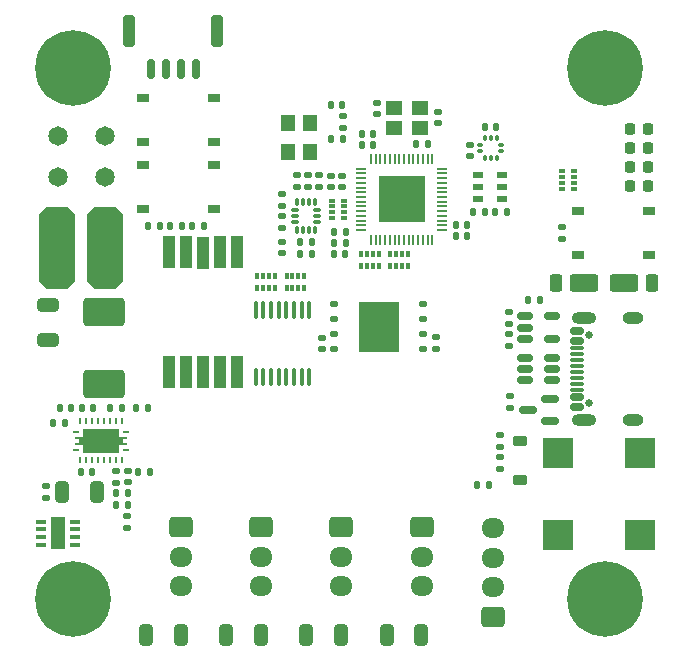
<source format=gbr>
%TF.GenerationSoftware,KiCad,Pcbnew,8.0.9-8.0.9-0~ubuntu24.04.1*%
%TF.CreationDate,2025-04-13T21:31:37+05:00*%
%TF.ProjectId,ThetaAnomalain,54686574-6141-46e6-9f6d-616c61696e2e,rev?*%
%TF.SameCoordinates,Original*%
%TF.FileFunction,Soldermask,Top*%
%TF.FilePolarity,Negative*%
%FSLAX46Y46*%
G04 Gerber Fmt 4.6, Leading zero omitted, Abs format (unit mm)*
G04 Created by KiCad (PCBNEW 8.0.9-8.0.9-0~ubuntu24.04.1) date 2025-04-13 21:31:37*
%MOMM*%
%LPD*%
G01*
G04 APERTURE LIST*
G04 Aperture macros list*
%AMRoundRect*
0 Rectangle with rounded corners*
0 $1 Rounding radius*
0 $2 $3 $4 $5 $6 $7 $8 $9 X,Y pos of 4 corners*
0 Add a 4 corners polygon primitive as box body*
4,1,4,$2,$3,$4,$5,$6,$7,$8,$9,$2,$3,0*
0 Add four circle primitives for the rounded corners*
1,1,$1+$1,$2,$3*
1,1,$1+$1,$4,$5*
1,1,$1+$1,$6,$7*
1,1,$1+$1,$8,$9*
0 Add four rect primitives between the rounded corners*
20,1,$1+$1,$2,$3,$4,$5,0*
20,1,$1+$1,$4,$5,$6,$7,0*
20,1,$1+$1,$6,$7,$8,$9,0*
20,1,$1+$1,$8,$9,$2,$3,0*%
%AMOutline5P*
0 Free polygon, 5 corners , with rotation*
0 The origin of the aperture is its center*
0 number of corners: always 5*
0 $1 to $10 corner X, Y*
0 $11 Rotation angle, in degrees counterclockwise*
0 create outline with 5 corners*
4,1,5,$1,$2,$3,$4,$5,$6,$7,$8,$9,$10,$1,$2,$11*%
%AMOutline6P*
0 Free polygon, 6 corners , with rotation*
0 The origin of the aperture is its center*
0 number of corners: always 6*
0 $1 to $12 corner X, Y*
0 $13 Rotation angle, in degrees counterclockwise*
0 create outline with 6 corners*
4,1,6,$1,$2,$3,$4,$5,$6,$7,$8,$9,$10,$11,$12,$1,$2,$13*%
%AMOutline7P*
0 Free polygon, 7 corners , with rotation*
0 The origin of the aperture is its center*
0 number of corners: always 7*
0 $1 to $14 corner X, Y*
0 $15 Rotation angle, in degrees counterclockwise*
0 create outline with 7 corners*
4,1,7,$1,$2,$3,$4,$5,$6,$7,$8,$9,$10,$11,$12,$13,$14,$1,$2,$15*%
%AMOutline8P*
0 Free polygon, 8 corners , with rotation*
0 The origin of the aperture is its center*
0 number of corners: always 8*
0 $1 to $16 corner X, Y*
0 $17 Rotation angle, in degrees counterclockwise*
0 create outline with 8 corners*
4,1,8,$1,$2,$3,$4,$5,$6,$7,$8,$9,$10,$11,$12,$13,$14,$15,$16,$1,$2,$17*%
G04 Aperture macros list end*
%ADD10RoundRect,0.218750X0.218750X0.256250X-0.218750X0.256250X-0.218750X-0.256250X0.218750X-0.256250X0*%
%ADD11RoundRect,0.135000X-0.185000X0.135000X-0.185000X-0.135000X0.185000X-0.135000X0.185000X0.135000X0*%
%ADD12O,0.599999X0.240000*%
%ADD13O,0.240000X0.599999*%
%ADD14R,0.725068X0.229918*%
%ADD15R,0.724920X0.229997*%
%ADD16R,0.399999X0.319994*%
%ADD17R,0.399998X0.319995*%
%ADD18R,3.050006X2.049998*%
%ADD19R,0.725070X0.230003*%
%ADD20R,0.724922X0.230003*%
%ADD21RoundRect,0.135000X0.185000X-0.135000X0.185000X0.135000X-0.185000X0.135000X-0.185000X-0.135000X0*%
%ADD22RoundRect,0.250000X-0.725000X0.600000X-0.725000X-0.600000X0.725000X-0.600000X0.725000X0.600000X0*%
%ADD23O,1.950000X1.700000*%
%ADD24RoundRect,0.250000X-0.325000X-0.650000X0.325000X-0.650000X0.325000X0.650000X-0.325000X0.650000X0*%
%ADD25R,1.000000X0.750000*%
%ADD26RoundRect,0.225000X-0.375000X0.225000X-0.375000X-0.225000X0.375000X-0.225000X0.375000X0.225000X0*%
%ADD27RoundRect,0.135000X-0.135000X-0.185000X0.135000X-0.185000X0.135000X0.185000X-0.135000X0.185000X0*%
%ADD28C,0.800000*%
%ADD29C,6.400000*%
%ADD30RoundRect,0.135000X0.135000X0.185000X-0.135000X0.185000X-0.135000X-0.185000X0.135000X-0.185000X0*%
%ADD31RoundRect,0.100000X-0.100000X0.637500X-0.100000X-0.637500X0.100000X-0.637500X0.100000X0.637500X0*%
%ADD32RoundRect,0.150000X0.587500X0.150000X-0.587500X0.150000X-0.587500X-0.150000X0.587500X-0.150000X0*%
%ADD33RoundRect,0.140000X0.140000X0.170000X-0.140000X0.170000X-0.140000X-0.170000X0.140000X-0.170000X0*%
%ADD34RoundRect,0.250000X-1.500000X0.925000X-1.500000X-0.925000X1.500000X-0.925000X1.500000X0.925000X0*%
%ADD35RoundRect,0.147500X0.172500X-0.147500X0.172500X0.147500X-0.172500X0.147500X-0.172500X-0.147500X0*%
%ADD36RoundRect,0.140000X0.170000X-0.140000X0.170000X0.140000X-0.170000X0.140000X-0.170000X-0.140000X0*%
%ADD37RoundRect,0.140000X-0.170000X0.140000X-0.170000X-0.140000X0.170000X-0.140000X0.170000X0.140000X0*%
%ADD38RoundRect,0.140000X-0.140000X-0.170000X0.140000X-0.170000X0.140000X0.170000X-0.140000X0.170000X0*%
%ADD39RoundRect,0.250000X0.725000X-0.600000X0.725000X0.600000X-0.725000X0.600000X-0.725000X-0.600000X0*%
%ADD40R,1.200000X1.400000*%
%ADD41R,1.000000X2.800000*%
%ADD42C,1.649242*%
%ADD43Outline8P,-3.500000X0.900000X-2.900000X1.500000X2.900000X1.500000X3.500000X0.900000X3.500000X-0.900000X2.900000X-1.500000X-2.900000X-1.500000X-3.500000X-0.900000X90.000000*%
%ADD44R,0.400000X0.500000*%
%ADD45R,0.300000X0.500000*%
%ADD46RoundRect,0.000000X-0.400000X-0.250000X0.400000X-0.250000X0.400000X0.250000X-0.400000X0.250000X0*%
%ADD47RoundRect,0.250000X0.650000X-0.325000X0.650000X0.325000X-0.650000X0.325000X-0.650000X-0.325000X0*%
%ADD48R,0.500000X0.400000*%
%ADD49R,0.500000X0.300000*%
%ADD50R,2.500000X2.500000*%
%ADD51RoundRect,0.087500X-0.087500X0.225000X-0.087500X-0.225000X0.087500X-0.225000X0.087500X0.225000X0*%
%ADD52RoundRect,0.087500X-0.225000X0.087500X-0.225000X-0.087500X0.225000X-0.087500X0.225000X0.087500X0*%
%ADD53RoundRect,0.150000X0.150000X0.700000X-0.150000X0.700000X-0.150000X-0.700000X0.150000X-0.700000X0*%
%ADD54RoundRect,0.250000X0.250000X1.100000X-0.250000X1.100000X-0.250000X-1.100000X0.250000X-1.100000X0*%
%ADD55RoundRect,0.150000X-0.512500X-0.150000X0.512500X-0.150000X0.512500X0.150000X-0.512500X0.150000X0*%
%ADD56R,1.400000X1.200000*%
%ADD57R,1.250000X2.700000*%
%ADD58RoundRect,0.075000X-0.362500X-0.075000X0.362500X-0.075000X0.362500X0.075000X-0.362500X0.075000X0*%
%ADD59RoundRect,0.150000X0.512500X0.150000X-0.512500X0.150000X-0.512500X-0.150000X0.512500X-0.150000X0*%
%ADD60RoundRect,0.050000X-0.350000X-0.050000X0.350000X-0.050000X0.350000X0.050000X-0.350000X0.050000X0*%
%ADD61RoundRect,0.050000X-0.050000X-0.350000X0.050000X-0.350000X0.050000X0.350000X-0.050000X0.350000X0*%
%ADD62R,4.000000X4.000000*%
%ADD63RoundRect,0.125000X0.200000X0.125000X-0.200000X0.125000X-0.200000X-0.125000X0.200000X-0.125000X0*%
%ADD64R,3.400000X4.300000*%
%ADD65RoundRect,0.250000X-0.950000X-0.500000X0.950000X-0.500000X0.950000X0.500000X-0.950000X0.500000X0*%
%ADD66RoundRect,0.250000X-0.275000X-0.500000X0.275000X-0.500000X0.275000X0.500000X-0.275000X0.500000X0*%
%ADD67RoundRect,0.250000X0.950000X0.500000X-0.950000X0.500000X-0.950000X-0.500000X0.950000X-0.500000X0*%
%ADD68RoundRect,0.250000X0.275000X0.500000X-0.275000X0.500000X-0.275000X-0.500000X0.275000X-0.500000X0*%
%ADD69RoundRect,0.045000X0.205000X-0.105000X0.205000X0.105000X-0.205000X0.105000X-0.205000X-0.105000X0*%
%ADD70RoundRect,0.045000X0.105000X-0.205000X0.105000X0.205000X-0.105000X0.205000X-0.105000X-0.205000X0*%
%ADD71C,0.650000*%
%ADD72RoundRect,0.150000X0.425000X-0.150000X0.425000X0.150000X-0.425000X0.150000X-0.425000X-0.150000X0*%
%ADD73RoundRect,0.075000X0.500000X-0.075000X0.500000X0.075000X-0.500000X0.075000X-0.500000X-0.075000X0*%
%ADD74O,2.100000X1.000000*%
%ADD75O,1.800000X1.000000*%
%ADD76RoundRect,0.250000X0.325000X0.650000X-0.325000X0.650000X-0.325000X-0.650000X0.325000X-0.650000X0*%
G04 APERTURE END LIST*
D10*
%TO.C,D8*%
X126687500Y-89000000D03*
X125112500Y-89000000D03*
%TD*%
D11*
%TO.C,R5*%
X81650000Y-113130080D03*
X81650000Y-114150080D03*
%TD*%
D12*
%TO.C,U2*%
X82500002Y-109850078D03*
D13*
X82099921Y-108949999D03*
X81599922Y-108949999D03*
X81099921Y-108949999D03*
X80599922Y-108949999D03*
X80099923Y-108949999D03*
X79599921Y-108949999D03*
X79099922Y-108949999D03*
X78599921Y-108949999D03*
D12*
X78200000Y-109850078D03*
X78200000Y-111350080D03*
D13*
X78599921Y-112249997D03*
X79099922Y-112249997D03*
X79599921Y-112249997D03*
X80099923Y-112249997D03*
X80599922Y-112249997D03*
X81099921Y-112249997D03*
X81599922Y-112249997D03*
X82099921Y-112249997D03*
D12*
X82500002Y-111350080D03*
D14*
X82237460Y-110325039D03*
D15*
X78462459Y-110325079D03*
D16*
X82074925Y-110600077D03*
D17*
X78624920Y-110600077D03*
D18*
X80349923Y-110600079D03*
D19*
X82237461Y-110875077D03*
D20*
X78462458Y-110875077D03*
%TD*%
D21*
%TO.C,R6*%
X114850000Y-102560000D03*
X114850000Y-101540000D03*
%TD*%
D22*
%TO.C,J4*%
X100700000Y-117900000D03*
D23*
X100700000Y-120400000D03*
X100700000Y-122900000D03*
%TD*%
D24*
%TO.C,C29*%
X90925000Y-127000000D03*
X93875000Y-127000000D03*
%TD*%
D25*
%TO.C,SW3*%
X89900000Y-85275000D03*
X83900000Y-85275000D03*
X89900000Y-81525000D03*
X83900000Y-81525000D03*
%TD*%
D26*
%TO.C,D3*%
X115800000Y-110650000D03*
X115800000Y-113950000D03*
%TD*%
D27*
%TO.C,R7*%
X83490000Y-113250080D03*
X84510000Y-113250080D03*
%TD*%
D28*
%TO.C,H1*%
X120600000Y-79000000D03*
X121302944Y-77302944D03*
X121302944Y-80697056D03*
X123000000Y-76600000D03*
D29*
X123000000Y-79000000D03*
D28*
X123000000Y-81400000D03*
X124697056Y-77302944D03*
X124697056Y-80697056D03*
X125400000Y-79000000D03*
%TD*%
D21*
%TO.C,R9*%
X114100000Y-113010000D03*
X114100000Y-111990000D03*
%TD*%
D30*
%TO.C,R13*%
X113200000Y-114350000D03*
X112180000Y-114350000D03*
%TD*%
D24*
%TO.C,C30*%
X97725000Y-127000000D03*
X100675000Y-127000000D03*
%TD*%
D25*
%TO.C,SW2*%
X89900000Y-90975000D03*
X83900000Y-90975000D03*
X89900000Y-87225000D03*
X83900000Y-87225000D03*
%TD*%
D31*
%TO.C,U9*%
X97975000Y-99475000D03*
X97325000Y-99475000D03*
X96675000Y-99475000D03*
X96025000Y-99475000D03*
X95375000Y-99475000D03*
X94725000Y-99475000D03*
X94075000Y-99475000D03*
X93425000Y-99475000D03*
X93425000Y-105200000D03*
X94075000Y-105200000D03*
X94725000Y-105200000D03*
X95375000Y-105200000D03*
X96025000Y-105200000D03*
X96675000Y-105200000D03*
X97325000Y-105200000D03*
X97975000Y-105200000D03*
%TD*%
D21*
%TO.C,R14*%
X115000000Y-107800000D03*
X115000000Y-106780000D03*
%TD*%
D11*
%TO.C,R8*%
X114100000Y-110090000D03*
X114100000Y-111110000D03*
%TD*%
D32*
%TO.C,Q1*%
X118337500Y-108950000D03*
X118337500Y-107050000D03*
X116462500Y-108000000D03*
%TD*%
D33*
%TO.C,C32*%
X79580000Y-113250080D03*
X78620000Y-113250080D03*
%TD*%
D34*
%TO.C,L2*%
X80600000Y-99725000D03*
X80600000Y-105775000D03*
%TD*%
D35*
%TO.C,L1*%
X99800000Y-89120000D03*
X99800000Y-88150000D03*
%TD*%
D36*
%TO.C,C2*%
X96900000Y-89080000D03*
X96900000Y-88120000D03*
%TD*%
D37*
%TO.C,C5*%
X100750000Y-88150000D03*
X100750000Y-89110000D03*
%TD*%
D38*
%TO.C,C1*%
X78740000Y-107850080D03*
X79700000Y-107850080D03*
%TD*%
D22*
%TO.C,J3*%
X107500000Y-117900000D03*
D23*
X107500000Y-120400000D03*
X107500000Y-122900000D03*
%TD*%
D24*
%TO.C,C26*%
X84125000Y-127000000D03*
X87075000Y-127000000D03*
%TD*%
D38*
%TO.C,C15*%
X107040000Y-85450000D03*
X108000000Y-85450000D03*
%TD*%
D39*
%TO.C,J7*%
X113500000Y-125500000D03*
D23*
X113500000Y-123000000D03*
X113500000Y-120500000D03*
X113500000Y-118000000D03*
%TD*%
D21*
%TO.C,R10*%
X95700000Y-90700000D03*
X95700000Y-89680000D03*
%TD*%
D30*
%TO.C,R12*%
X114750000Y-91200000D03*
X113730000Y-91200000D03*
%TD*%
D40*
%TO.C,Y2*%
X96150000Y-83700000D03*
X96150000Y-86100000D03*
X98050000Y-86100000D03*
X98050000Y-83700000D03*
%TD*%
D38*
%TO.C,C11*%
X102440000Y-85550000D03*
X103400000Y-85550000D03*
%TD*%
D37*
%TO.C,C37*%
X95700000Y-93770000D03*
X95700000Y-94730000D03*
%TD*%
D21*
%TO.C,R20*%
X75700000Y-115460000D03*
X75700000Y-114440000D03*
%TD*%
D41*
%TO.C,U8*%
X86120000Y-104740000D03*
X87560000Y-104730000D03*
X89000000Y-104750000D03*
X90440000Y-104740000D03*
X91880000Y-104740000D03*
X91880000Y-94640000D03*
X90440000Y-94640000D03*
X89000000Y-94650000D03*
X87560000Y-94630000D03*
X86120000Y-94640000D03*
%TD*%
D42*
%TO.C,J8*%
X76700000Y-84750000D03*
X76700000Y-88250000D03*
X80700000Y-84750000D03*
X80700000Y-88250000D03*
D43*
X80650000Y-94250000D03*
X76650000Y-94250000D03*
%TD*%
D21*
%TO.C,R1*%
X82550000Y-117960000D03*
X82550000Y-116940000D03*
%TD*%
D10*
%TO.C,D7*%
X126687500Y-87400000D03*
X125112500Y-87400000D03*
%TD*%
D44*
%TO.C,RN6*%
X104850000Y-95750000D03*
D45*
X105350000Y-95750000D03*
X105850000Y-95750000D03*
D44*
X106350000Y-95750000D03*
X106350000Y-94750000D03*
D45*
X105850000Y-94750000D03*
X105350000Y-94750000D03*
D44*
X104850000Y-94750000D03*
%TD*%
D10*
%TO.C,D5*%
X126687500Y-84200000D03*
X125112500Y-84200000D03*
%TD*%
D38*
%TO.C,C20*%
X76320000Y-109050080D03*
X77280000Y-109050080D03*
%TD*%
D37*
%TO.C,C24*%
X95700000Y-91597500D03*
X95700000Y-92557500D03*
%TD*%
%TO.C,C16*%
X114850000Y-99720000D03*
X114850000Y-100680000D03*
%TD*%
D22*
%TO.C,J6*%
X87100000Y-117900000D03*
D23*
X87100000Y-120400000D03*
X87100000Y-122900000D03*
%TD*%
D46*
%TO.C,U6*%
X112290000Y-88100000D03*
X112290000Y-89100000D03*
X112290000Y-90100000D03*
X114290000Y-90100000D03*
X114290000Y-89100000D03*
X114290000Y-88100000D03*
%TD*%
D47*
%TO.C,C9*%
X75850000Y-102075000D03*
X75850000Y-99125000D03*
%TD*%
D21*
%TO.C,R17*%
X108700000Y-102860000D03*
X108700000Y-101840000D03*
%TD*%
D30*
%TO.C,R15*%
X87210000Y-92400000D03*
X86190000Y-92400000D03*
%TD*%
D33*
%TO.C,C12*%
X117480000Y-98700000D03*
X116520000Y-98700000D03*
%TD*%
D38*
%TO.C,C6*%
X110370000Y-92300000D03*
X111330000Y-92300000D03*
%TD*%
D36*
%TO.C,C34*%
X99050000Y-102830000D03*
X99050000Y-101870000D03*
%TD*%
D28*
%TO.C,H4*%
X120600000Y-124000000D03*
X121302944Y-122302944D03*
X121302944Y-125697056D03*
X123000000Y-121600000D03*
D29*
X123000000Y-124000000D03*
D28*
X123000000Y-126400000D03*
X124697056Y-122302944D03*
X124697056Y-125697056D03*
X125400000Y-124000000D03*
%TD*%
D38*
%TO.C,C7*%
X110370000Y-93250000D03*
X111330000Y-93250000D03*
%TD*%
D48*
%TO.C,RN1*%
X100900000Y-91750000D03*
D49*
X100900000Y-91250000D03*
X100900000Y-90750000D03*
D48*
X100900000Y-90250000D03*
X99900000Y-90250000D03*
D49*
X99900000Y-90750000D03*
X99900000Y-91250000D03*
D48*
X99900000Y-91750000D03*
%TD*%
D27*
%TO.C,R11*%
X111870000Y-91200000D03*
X112890000Y-91200000D03*
%TD*%
D30*
%TO.C,R16*%
X89100000Y-92400000D03*
X88080000Y-92400000D03*
%TD*%
D38*
%TO.C,C10*%
X102440000Y-84600000D03*
X103400000Y-84600000D03*
%TD*%
D50*
%TO.C,BZ1*%
X119000000Y-111600000D03*
X119000000Y-118600000D03*
X126000000Y-118600000D03*
X126000000Y-111600000D03*
%TD*%
D36*
%TO.C,C25*%
X111590000Y-86480000D03*
X111590000Y-85520000D03*
%TD*%
D51*
%TO.C,U5*%
X98450000Y-90387500D03*
X97950000Y-90387500D03*
X97450000Y-90387500D03*
X96950000Y-90387500D03*
D52*
X96787500Y-91050000D03*
X96787500Y-91550000D03*
X96787500Y-92050000D03*
D51*
X96950000Y-92712500D03*
X97450000Y-92712500D03*
X97950000Y-92712500D03*
X98450000Y-92712500D03*
D52*
X98612500Y-92050000D03*
X98612500Y-91550000D03*
X98612500Y-91050000D03*
%TD*%
D53*
%TO.C,J2*%
X88350000Y-79100000D03*
X87100000Y-79100000D03*
X85850000Y-79100000D03*
X84600000Y-79100000D03*
D54*
X90200000Y-75900000D03*
X82750000Y-75900000D03*
%TD*%
D55*
%TO.C,U1*%
X116262500Y-100050000D03*
X116262500Y-101000000D03*
X116262500Y-101950000D03*
X118537500Y-101950000D03*
X118537500Y-100050000D03*
%TD*%
D33*
%TO.C,C8*%
X101030000Y-94800000D03*
X100070000Y-94800000D03*
%TD*%
D38*
%TO.C,C19*%
X83320000Y-107850080D03*
X84280000Y-107850080D03*
%TD*%
D56*
%TO.C,Y1*%
X107380000Y-82385000D03*
X105180000Y-82385000D03*
X105180000Y-84085000D03*
X107380000Y-84085000D03*
%TD*%
D11*
%TO.C,R4*%
X119400000Y-92490000D03*
X119400000Y-93510000D03*
%TD*%
D25*
%TO.C,SW1*%
X126700000Y-94875000D03*
X120700000Y-94875000D03*
X126700000Y-91125000D03*
X120700000Y-91125000D03*
%TD*%
D38*
%TO.C,C21*%
X112860000Y-84050000D03*
X113820000Y-84050000D03*
%TD*%
D22*
%TO.C,J5*%
X93900000Y-117900000D03*
D23*
X93900000Y-120400000D03*
X93900000Y-122900000D03*
%TD*%
D30*
%TO.C,R19*%
X101060000Y-92900000D03*
X100040000Y-92900000D03*
%TD*%
D33*
%TO.C,C33*%
X85310000Y-92400000D03*
X84350000Y-92400000D03*
%TD*%
%TO.C,C35*%
X100800000Y-85000000D03*
X99840000Y-85000000D03*
%TD*%
D44*
%TO.C,RN5*%
X93550000Y-97637500D03*
D45*
X94050000Y-97637500D03*
X94550000Y-97637500D03*
D44*
X95050000Y-97637500D03*
X95050000Y-96637500D03*
D45*
X94550000Y-96637500D03*
X94050000Y-96637500D03*
D44*
X93550000Y-96637500D03*
%TD*%
D57*
%TO.C,Q2*%
X76662500Y-118400000D03*
D58*
X78100000Y-117425000D03*
X78100000Y-118075000D03*
X78100000Y-118725000D03*
X78100000Y-119375000D03*
X75225000Y-117425000D03*
X75225000Y-118075000D03*
X75225000Y-118725000D03*
X75225000Y-119375000D03*
%TD*%
D59*
%TO.C,U3*%
X118537500Y-105450000D03*
X118537500Y-104500000D03*
X118537500Y-103550000D03*
X116262500Y-103550000D03*
X116262500Y-104500000D03*
X116262500Y-105450000D03*
%TD*%
D44*
%TO.C,RN4*%
X96050000Y-97637500D03*
D45*
X96550000Y-97637500D03*
X97050000Y-97637500D03*
D44*
X97550000Y-97637500D03*
X97550000Y-96637500D03*
D45*
X97050000Y-96637500D03*
X96550000Y-96637500D03*
D44*
X96050000Y-96637500D03*
%TD*%
D60*
%TO.C,U4*%
X102350000Y-87550000D03*
X102350000Y-87950000D03*
X102350000Y-88350000D03*
X102350000Y-88750000D03*
X102350000Y-89150000D03*
X102350000Y-89550000D03*
X102350000Y-89950000D03*
X102350000Y-90350000D03*
X102350000Y-90750000D03*
X102350000Y-91150000D03*
X102350000Y-91550000D03*
X102350000Y-91950000D03*
X102350000Y-92350000D03*
X102350000Y-92750000D03*
D61*
X103200000Y-93600000D03*
X103600000Y-93600000D03*
X104000000Y-93600000D03*
X104400000Y-93600000D03*
X104800000Y-93600000D03*
X105200000Y-93600000D03*
X105600000Y-93600000D03*
X106000000Y-93600000D03*
X106400000Y-93600000D03*
X106800000Y-93600000D03*
X107200000Y-93600000D03*
X107600000Y-93600000D03*
X108000000Y-93600000D03*
X108400000Y-93600000D03*
D60*
X109250000Y-92750000D03*
X109250000Y-92350000D03*
X109250000Y-91950000D03*
X109250000Y-91550000D03*
X109250000Y-91150000D03*
X109250000Y-90750000D03*
X109250000Y-90350000D03*
X109250000Y-89950000D03*
X109250000Y-89550000D03*
X109250000Y-89150000D03*
X109250000Y-88750000D03*
X109250000Y-88350000D03*
X109250000Y-87950000D03*
X109250000Y-87550000D03*
D61*
X108400000Y-86700000D03*
X108000000Y-86700000D03*
X107600000Y-86700000D03*
X107200000Y-86700000D03*
X106800000Y-86700000D03*
X106400000Y-86700000D03*
X106000000Y-86700000D03*
X105600000Y-86700000D03*
X105200000Y-86700000D03*
X104800000Y-86700000D03*
X104400000Y-86700000D03*
X104000000Y-86700000D03*
X103600000Y-86700000D03*
X103200000Y-86700000D03*
D62*
X105800000Y-90150000D03*
%TD*%
D33*
%TO.C,C13*%
X82600000Y-115050080D03*
X81640000Y-115050080D03*
%TD*%
D36*
%TO.C,C18*%
X82600000Y-114110080D03*
X82600000Y-113150080D03*
%TD*%
D63*
%TO.C,U10*%
X107600000Y-102830000D03*
X107600000Y-101560000D03*
X107600000Y-100290000D03*
X107600000Y-99020000D03*
X100100000Y-99020000D03*
X100100000Y-100290000D03*
X100100000Y-101560000D03*
X100100000Y-102830000D03*
D64*
X103850000Y-100925000D03*
%TD*%
D28*
%TO.C,H2*%
X75600000Y-124000000D03*
X76302944Y-122302944D03*
X76302944Y-125697056D03*
X78000000Y-121600000D03*
D29*
X78000000Y-124000000D03*
D28*
X78000000Y-126400000D03*
X79697056Y-122302944D03*
X79697056Y-125697056D03*
X80400000Y-124000000D03*
%TD*%
D33*
%TO.C,C17*%
X77800000Y-107850080D03*
X76840000Y-107850080D03*
%TD*%
D38*
%TO.C,C22*%
X97220000Y-93787500D03*
X98180000Y-93787500D03*
%TD*%
D65*
%TO.C,D2*%
X121275000Y-97200000D03*
D66*
X118900000Y-97200000D03*
%TD*%
D67*
%TO.C,D1*%
X124600000Y-97200000D03*
D68*
X126975000Y-97200000D03*
%TD*%
D35*
%TO.C,L3*%
X100800000Y-84085000D03*
X100800000Y-83115000D03*
%TD*%
D69*
%TO.C,U7*%
X112469000Y-85531000D03*
X112469000Y-86031000D03*
D70*
X112840000Y-86650000D03*
X113340000Y-86650000D03*
X113840000Y-86650000D03*
D69*
X114211000Y-86031000D03*
X114211000Y-85531000D03*
D70*
X113840000Y-84912000D03*
X113340000Y-84912000D03*
X112840000Y-84912000D03*
%TD*%
D38*
%TO.C,C23*%
X97220000Y-94737500D03*
X98180000Y-94737500D03*
%TD*%
D44*
%TO.C,RN3*%
X103850000Y-94750000D03*
D45*
X103350000Y-94750000D03*
X102850000Y-94750000D03*
D44*
X102350000Y-94750000D03*
X102350000Y-95750000D03*
D45*
X102850000Y-95750000D03*
X103350000Y-95750000D03*
D44*
X103850000Y-95750000D03*
%TD*%
D71*
%TO.C,J1*%
X121695000Y-107390000D03*
X121695000Y-101610000D03*
D72*
X120620000Y-107700000D03*
X120620000Y-106900000D03*
D73*
X120620000Y-105750000D03*
X120620000Y-104750000D03*
X120620000Y-104250000D03*
X120620000Y-103250000D03*
D72*
X120620000Y-102100000D03*
X120620000Y-101300000D03*
X120620000Y-101300000D03*
X120620000Y-102100000D03*
D73*
X120620000Y-102750000D03*
X120620000Y-103750000D03*
X120620000Y-105250000D03*
X120620000Y-106250000D03*
D72*
X120620000Y-106900000D03*
X120620000Y-107700000D03*
D74*
X121195000Y-108820000D03*
D75*
X125375000Y-108820000D03*
D74*
X121195000Y-100180000D03*
D75*
X125375000Y-100180000D03*
%TD*%
D33*
%TO.C,C36*%
X100780000Y-82200000D03*
X99820000Y-82200000D03*
%TD*%
D27*
%TO.C,R18*%
X100040000Y-93850000D03*
X101060000Y-93850000D03*
%TD*%
D24*
%TO.C,C31*%
X104525000Y-127000000D03*
X107475000Y-127000000D03*
%TD*%
D27*
%TO.C,R3*%
X81580000Y-116000080D03*
X82600000Y-116000080D03*
%TD*%
D48*
%TO.C,RN2*%
X120400000Y-89250000D03*
D49*
X120400000Y-88750000D03*
X120400000Y-88250000D03*
D48*
X120400000Y-87750000D03*
X119400000Y-87750000D03*
D49*
X119400000Y-88250000D03*
X119400000Y-88750000D03*
D48*
X119400000Y-89250000D03*
%TD*%
D36*
%TO.C,C4*%
X98800000Y-89080000D03*
X98800000Y-88120000D03*
%TD*%
D27*
%TO.C,R2*%
X81090000Y-107850080D03*
X82110000Y-107850080D03*
%TD*%
D76*
%TO.C,C14*%
X80025000Y-114950080D03*
X77075000Y-114950080D03*
%TD*%
D28*
%TO.C,H3*%
X75600000Y-79000000D03*
X76302944Y-77302944D03*
X76302944Y-80697056D03*
X78000000Y-76600000D03*
D29*
X78000000Y-79000000D03*
D28*
X78000000Y-81400000D03*
X79697056Y-77302944D03*
X79697056Y-80697056D03*
X80400000Y-79000000D03*
%TD*%
D36*
%TO.C,C3*%
X97850000Y-89080000D03*
X97850000Y-88120000D03*
%TD*%
D10*
%TO.C,D6*%
X126687500Y-85800000D03*
X125112500Y-85800000D03*
%TD*%
D36*
%TO.C,C27*%
X103680000Y-82945000D03*
X103680000Y-81985000D03*
%TD*%
D37*
%TO.C,C28*%
X108880000Y-82755000D03*
X108880000Y-83715000D03*
%TD*%
M02*

</source>
